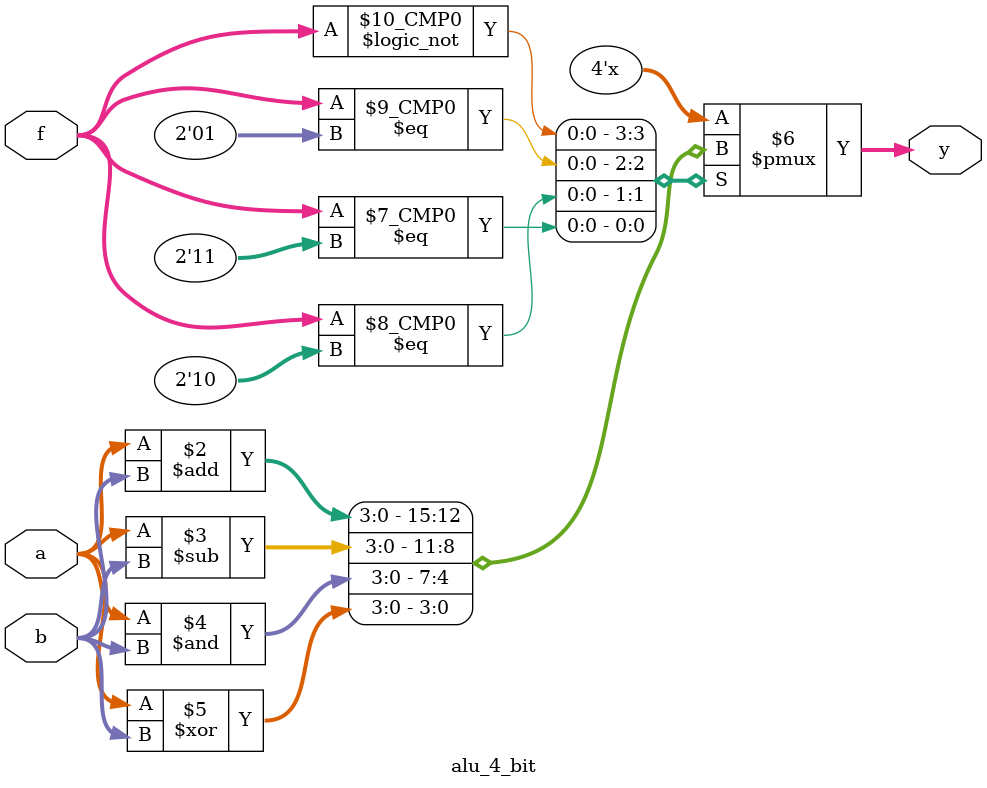
<source format=v>
module alu_4_bit(
	input [3:0] a,
	input [3:0] b,
	input [1:0] f,
	output reg [3:0] y
);

always@(a or b or f)
begin
case(f)
	2'b00:y=a+b;
	2'b01:y=a-b;
	2'b10:y=a&b;
	2'b11:y=a^b;
	default:y=4'b0000;
endcase
	end
endmodule
</source>
